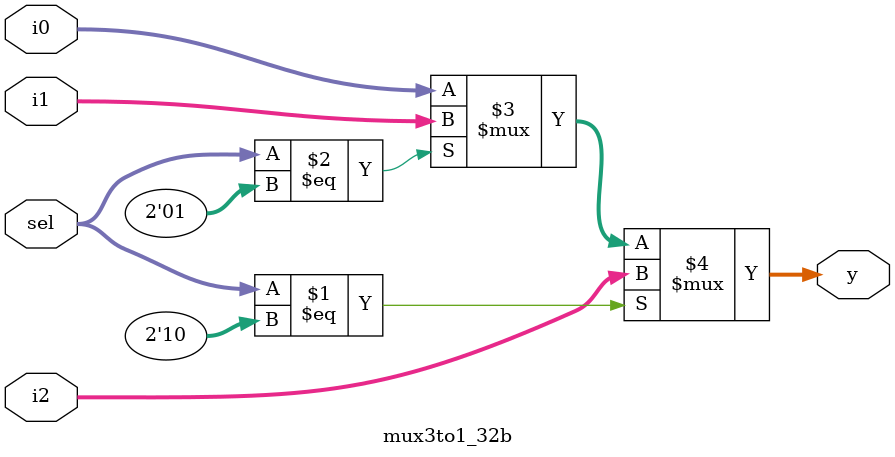
<source format=v>
module mux3to1_32b (i0, i1, i2, sel, y);
  input [31:0] i0, i1, i2;
  input [1:0] sel;
  output [31:0] y;
  
  assign y = (sel==2'b10) ? i2 : (sel==2'b01) ? i1 : i0;
  
endmodule





</source>
